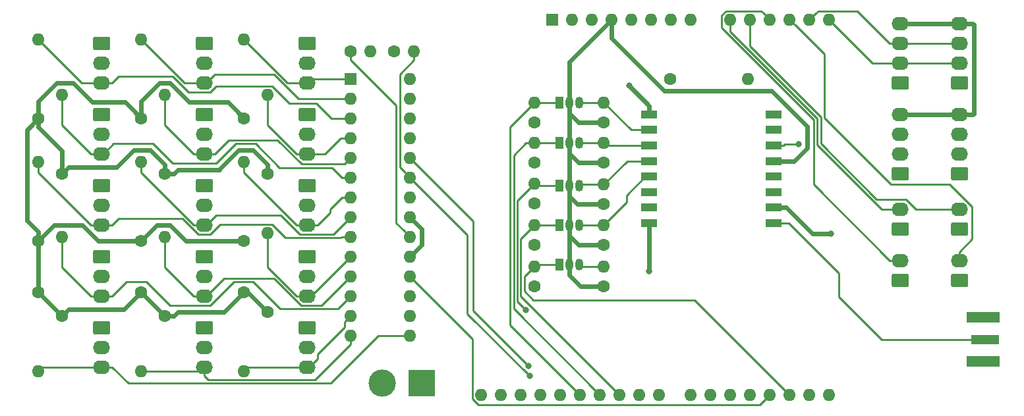
<source format=gtl>
G04 #@! TF.GenerationSoftware,KiCad,Pcbnew,5.1.5+dfsg1-2build2*
G04 #@! TF.CreationDate,2020-11-09T00:10:50+01:00*
G04 #@! TF.ProjectId,motherboard,6d6f7468-6572-4626-9f61-72642e6b6963,rev?*
G04 #@! TF.SameCoordinates,Original*
G04 #@! TF.FileFunction,Copper,L1,Top*
G04 #@! TF.FilePolarity,Positive*
%FSLAX46Y46*%
G04 Gerber Fmt 4.6, Leading zero omitted, Abs format (unit mm)*
G04 Created by KiCad (PCBNEW 5.1.5+dfsg1-2build2) date 2020-11-09 00:10:50*
%MOMM*%
%LPD*%
G04 APERTURE LIST*
%ADD10O,1.600000X1.600000*%
%ADD11R,1.600000X1.600000*%
%ADD12C,1.600000*%
%ADD13O,2.200000X1.740000*%
%ADD14C,0.100000*%
%ADD15R,4.200000X1.350000*%
%ADD16R,3.600000X1.270000*%
%ADD17R,1.050000X1.500000*%
%ADD18O,1.050000X1.500000*%
%ADD19R,2.000000X1.000000*%
%ADD20R,3.500120X3.500120*%
%ADD21C,3.500120*%
%ADD22C,0.800000*%
%ADD23C,0.600000*%
%ADD24C,0.250000*%
G04 APERTURE END LIST*
D10*
X96012000Y-102108000D03*
X98552000Y-102108000D03*
X58932000Y-102108000D03*
X98552000Y-53848000D03*
X61472000Y-102108000D03*
X96012000Y-53848000D03*
X64012000Y-102108000D03*
X93472000Y-53848000D03*
X66552000Y-102108000D03*
X90932000Y-53848000D03*
X69092000Y-102108000D03*
X88392000Y-53848000D03*
X71632000Y-102108000D03*
X85852000Y-53848000D03*
X74172000Y-102108000D03*
X80772000Y-53848000D03*
X76712000Y-102108000D03*
X78232000Y-53848000D03*
X80772000Y-102108000D03*
X75692000Y-53848000D03*
X83312000Y-102108000D03*
X73152000Y-53848000D03*
X85852000Y-102108000D03*
X70612000Y-53848000D03*
X88392000Y-102108000D03*
X68072000Y-53848000D03*
X90932000Y-102108000D03*
X65532000Y-53848000D03*
X93472000Y-102108000D03*
D11*
X62992000Y-53848000D03*
D10*
X56392000Y-102108000D03*
X53852000Y-102108000D03*
X60706000Y-69723000D03*
D12*
X60706000Y-72263000D03*
D10*
X60706000Y-64516000D03*
D12*
X60706000Y-67056000D03*
X42672000Y-57912000D03*
D10*
X45212000Y-57912000D03*
D12*
X78105000Y-61468000D03*
D10*
X88105000Y-61468000D03*
D13*
X107696000Y-78232000D03*
G04 #@! TA.AperFunction,ComponentPad*
D14*
G36*
X108570505Y-79903204D02*
G01*
X108594773Y-79906804D01*
X108618572Y-79912765D01*
X108641671Y-79921030D01*
X108663850Y-79931520D01*
X108684893Y-79944132D01*
X108704599Y-79958747D01*
X108722777Y-79975223D01*
X108739253Y-79993401D01*
X108753868Y-80013107D01*
X108766480Y-80034150D01*
X108776970Y-80056329D01*
X108785235Y-80079428D01*
X108791196Y-80103227D01*
X108794796Y-80127495D01*
X108796000Y-80151999D01*
X108796000Y-81392001D01*
X108794796Y-81416505D01*
X108791196Y-81440773D01*
X108785235Y-81464572D01*
X108776970Y-81487671D01*
X108766480Y-81509850D01*
X108753868Y-81530893D01*
X108739253Y-81550599D01*
X108722777Y-81568777D01*
X108704599Y-81585253D01*
X108684893Y-81599868D01*
X108663850Y-81612480D01*
X108641671Y-81622970D01*
X108618572Y-81631235D01*
X108594773Y-81637196D01*
X108570505Y-81640796D01*
X108546001Y-81642000D01*
X106845999Y-81642000D01*
X106821495Y-81640796D01*
X106797227Y-81637196D01*
X106773428Y-81631235D01*
X106750329Y-81622970D01*
X106728150Y-81612480D01*
X106707107Y-81599868D01*
X106687401Y-81585253D01*
X106669223Y-81568777D01*
X106652747Y-81550599D01*
X106638132Y-81530893D01*
X106625520Y-81509850D01*
X106615030Y-81487671D01*
X106606765Y-81464572D01*
X106600804Y-81440773D01*
X106597204Y-81416505D01*
X106596000Y-81392001D01*
X106596000Y-80151999D01*
X106597204Y-80127495D01*
X106600804Y-80103227D01*
X106606765Y-80079428D01*
X106615030Y-80056329D01*
X106625520Y-80034150D01*
X106638132Y-80013107D01*
X106652747Y-79993401D01*
X106669223Y-79975223D01*
X106687401Y-79958747D01*
X106707107Y-79944132D01*
X106728150Y-79931520D01*
X106750329Y-79921030D01*
X106773428Y-79912765D01*
X106797227Y-79906804D01*
X106821495Y-79903204D01*
X106845999Y-79902000D01*
X108546001Y-79902000D01*
X108570505Y-79903204D01*
G37*
G04 #@! TD.AperFunction*
D13*
X107696000Y-54356000D03*
X107696000Y-56896000D03*
X107696000Y-59436000D03*
G04 #@! TA.AperFunction,ComponentPad*
D14*
G36*
X108570505Y-61107204D02*
G01*
X108594773Y-61110804D01*
X108618572Y-61116765D01*
X108641671Y-61125030D01*
X108663850Y-61135520D01*
X108684893Y-61148132D01*
X108704599Y-61162747D01*
X108722777Y-61179223D01*
X108739253Y-61197401D01*
X108753868Y-61217107D01*
X108766480Y-61238150D01*
X108776970Y-61260329D01*
X108785235Y-61283428D01*
X108791196Y-61307227D01*
X108794796Y-61331495D01*
X108796000Y-61355999D01*
X108796000Y-62596001D01*
X108794796Y-62620505D01*
X108791196Y-62644773D01*
X108785235Y-62668572D01*
X108776970Y-62691671D01*
X108766480Y-62713850D01*
X108753868Y-62734893D01*
X108739253Y-62754599D01*
X108722777Y-62772777D01*
X108704599Y-62789253D01*
X108684893Y-62803868D01*
X108663850Y-62816480D01*
X108641671Y-62826970D01*
X108618572Y-62835235D01*
X108594773Y-62841196D01*
X108570505Y-62844796D01*
X108546001Y-62846000D01*
X106845999Y-62846000D01*
X106821495Y-62844796D01*
X106797227Y-62841196D01*
X106773428Y-62835235D01*
X106750329Y-62826970D01*
X106728150Y-62816480D01*
X106707107Y-62803868D01*
X106687401Y-62789253D01*
X106669223Y-62772777D01*
X106652747Y-62754599D01*
X106638132Y-62734893D01*
X106625520Y-62713850D01*
X106615030Y-62691671D01*
X106606765Y-62668572D01*
X106600804Y-62644773D01*
X106597204Y-62620505D01*
X106596000Y-62596001D01*
X106596000Y-61355999D01*
X106597204Y-61331495D01*
X106600804Y-61307227D01*
X106606765Y-61283428D01*
X106615030Y-61260329D01*
X106625520Y-61238150D01*
X106638132Y-61217107D01*
X106652747Y-61197401D01*
X106669223Y-61179223D01*
X106687401Y-61162747D01*
X106707107Y-61148132D01*
X106728150Y-61135520D01*
X106750329Y-61125030D01*
X106773428Y-61116765D01*
X106797227Y-61110804D01*
X106821495Y-61107204D01*
X106845999Y-61106000D01*
X108546001Y-61106000D01*
X108570505Y-61107204D01*
G37*
G04 #@! TD.AperFunction*
G04 #@! TA.AperFunction,ComponentPad*
G36*
X116190505Y-79903204D02*
G01*
X116214773Y-79906804D01*
X116238572Y-79912765D01*
X116261671Y-79921030D01*
X116283850Y-79931520D01*
X116304893Y-79944132D01*
X116324599Y-79958747D01*
X116342777Y-79975223D01*
X116359253Y-79993401D01*
X116373868Y-80013107D01*
X116386480Y-80034150D01*
X116396970Y-80056329D01*
X116405235Y-80079428D01*
X116411196Y-80103227D01*
X116414796Y-80127495D01*
X116416000Y-80151999D01*
X116416000Y-81392001D01*
X116414796Y-81416505D01*
X116411196Y-81440773D01*
X116405235Y-81464572D01*
X116396970Y-81487671D01*
X116386480Y-81509850D01*
X116373868Y-81530893D01*
X116359253Y-81550599D01*
X116342777Y-81568777D01*
X116324599Y-81585253D01*
X116304893Y-81599868D01*
X116283850Y-81612480D01*
X116261671Y-81622970D01*
X116238572Y-81631235D01*
X116214773Y-81637196D01*
X116190505Y-81640796D01*
X116166001Y-81642000D01*
X114465999Y-81642000D01*
X114441495Y-81640796D01*
X114417227Y-81637196D01*
X114393428Y-81631235D01*
X114370329Y-81622970D01*
X114348150Y-81612480D01*
X114327107Y-81599868D01*
X114307401Y-81585253D01*
X114289223Y-81568777D01*
X114272747Y-81550599D01*
X114258132Y-81530893D01*
X114245520Y-81509850D01*
X114235030Y-81487671D01*
X114226765Y-81464572D01*
X114220804Y-81440773D01*
X114217204Y-81416505D01*
X114216000Y-81392001D01*
X114216000Y-80151999D01*
X114217204Y-80127495D01*
X114220804Y-80103227D01*
X114226765Y-80079428D01*
X114235030Y-80056329D01*
X114245520Y-80034150D01*
X114258132Y-80013107D01*
X114272747Y-79993401D01*
X114289223Y-79975223D01*
X114307401Y-79958747D01*
X114327107Y-79944132D01*
X114348150Y-79931520D01*
X114370329Y-79921030D01*
X114393428Y-79912765D01*
X114417227Y-79906804D01*
X114441495Y-79903204D01*
X114465999Y-79902000D01*
X116166001Y-79902000D01*
X116190505Y-79903204D01*
G37*
G04 #@! TD.AperFunction*
D13*
X115316000Y-78232000D03*
G04 #@! TA.AperFunction,ComponentPad*
D14*
G36*
X116190505Y-61107204D02*
G01*
X116214773Y-61110804D01*
X116238572Y-61116765D01*
X116261671Y-61125030D01*
X116283850Y-61135520D01*
X116304893Y-61148132D01*
X116324599Y-61162747D01*
X116342777Y-61179223D01*
X116359253Y-61197401D01*
X116373868Y-61217107D01*
X116386480Y-61238150D01*
X116396970Y-61260329D01*
X116405235Y-61283428D01*
X116411196Y-61307227D01*
X116414796Y-61331495D01*
X116416000Y-61355999D01*
X116416000Y-62596001D01*
X116414796Y-62620505D01*
X116411196Y-62644773D01*
X116405235Y-62668572D01*
X116396970Y-62691671D01*
X116386480Y-62713850D01*
X116373868Y-62734893D01*
X116359253Y-62754599D01*
X116342777Y-62772777D01*
X116324599Y-62789253D01*
X116304893Y-62803868D01*
X116283850Y-62816480D01*
X116261671Y-62826970D01*
X116238572Y-62835235D01*
X116214773Y-62841196D01*
X116190505Y-62844796D01*
X116166001Y-62846000D01*
X114465999Y-62846000D01*
X114441495Y-62844796D01*
X114417227Y-62841196D01*
X114393428Y-62835235D01*
X114370329Y-62826970D01*
X114348150Y-62816480D01*
X114327107Y-62803868D01*
X114307401Y-62789253D01*
X114289223Y-62772777D01*
X114272747Y-62754599D01*
X114258132Y-62734893D01*
X114245520Y-62713850D01*
X114235030Y-62691671D01*
X114226765Y-62668572D01*
X114220804Y-62644773D01*
X114217204Y-62620505D01*
X114216000Y-62596001D01*
X114216000Y-61355999D01*
X114217204Y-61331495D01*
X114220804Y-61307227D01*
X114226765Y-61283428D01*
X114235030Y-61260329D01*
X114245520Y-61238150D01*
X114258132Y-61217107D01*
X114272747Y-61197401D01*
X114289223Y-61179223D01*
X114307401Y-61162747D01*
X114327107Y-61148132D01*
X114348150Y-61135520D01*
X114370329Y-61125030D01*
X114393428Y-61116765D01*
X114417227Y-61110804D01*
X114441495Y-61107204D01*
X114465999Y-61106000D01*
X116166001Y-61106000D01*
X116190505Y-61107204D01*
G37*
G04 #@! TD.AperFunction*
D13*
X115316000Y-59436000D03*
X115316000Y-56896000D03*
X115316000Y-54356000D03*
X107696000Y-84836000D03*
G04 #@! TA.AperFunction,ComponentPad*
D14*
G36*
X108570505Y-86507204D02*
G01*
X108594773Y-86510804D01*
X108618572Y-86516765D01*
X108641671Y-86525030D01*
X108663850Y-86535520D01*
X108684893Y-86548132D01*
X108704599Y-86562747D01*
X108722777Y-86579223D01*
X108739253Y-86597401D01*
X108753868Y-86617107D01*
X108766480Y-86638150D01*
X108776970Y-86660329D01*
X108785235Y-86683428D01*
X108791196Y-86707227D01*
X108794796Y-86731495D01*
X108796000Y-86755999D01*
X108796000Y-87996001D01*
X108794796Y-88020505D01*
X108791196Y-88044773D01*
X108785235Y-88068572D01*
X108776970Y-88091671D01*
X108766480Y-88113850D01*
X108753868Y-88134893D01*
X108739253Y-88154599D01*
X108722777Y-88172777D01*
X108704599Y-88189253D01*
X108684893Y-88203868D01*
X108663850Y-88216480D01*
X108641671Y-88226970D01*
X108618572Y-88235235D01*
X108594773Y-88241196D01*
X108570505Y-88244796D01*
X108546001Y-88246000D01*
X106845999Y-88246000D01*
X106821495Y-88244796D01*
X106797227Y-88241196D01*
X106773428Y-88235235D01*
X106750329Y-88226970D01*
X106728150Y-88216480D01*
X106707107Y-88203868D01*
X106687401Y-88189253D01*
X106669223Y-88172777D01*
X106652747Y-88154599D01*
X106638132Y-88134893D01*
X106625520Y-88113850D01*
X106615030Y-88091671D01*
X106606765Y-88068572D01*
X106600804Y-88044773D01*
X106597204Y-88020505D01*
X106596000Y-87996001D01*
X106596000Y-86755999D01*
X106597204Y-86731495D01*
X106600804Y-86707227D01*
X106606765Y-86683428D01*
X106615030Y-86660329D01*
X106625520Y-86638150D01*
X106638132Y-86617107D01*
X106652747Y-86597401D01*
X106669223Y-86579223D01*
X106687401Y-86562747D01*
X106707107Y-86548132D01*
X106728150Y-86535520D01*
X106750329Y-86525030D01*
X106773428Y-86516765D01*
X106797227Y-86510804D01*
X106821495Y-86507204D01*
X106845999Y-86506000D01*
X108546001Y-86506000D01*
X108570505Y-86507204D01*
G37*
G04 #@! TD.AperFunction*
D15*
X118364000Y-97821000D03*
X118364000Y-92171000D03*
D16*
X118564000Y-94996000D03*
G04 #@! TA.AperFunction,ComponentPad*
D14*
G36*
X108570505Y-72791204D02*
G01*
X108594773Y-72794804D01*
X108618572Y-72800765D01*
X108641671Y-72809030D01*
X108663850Y-72819520D01*
X108684893Y-72832132D01*
X108704599Y-72846747D01*
X108722777Y-72863223D01*
X108739253Y-72881401D01*
X108753868Y-72901107D01*
X108766480Y-72922150D01*
X108776970Y-72944329D01*
X108785235Y-72967428D01*
X108791196Y-72991227D01*
X108794796Y-73015495D01*
X108796000Y-73039999D01*
X108796000Y-74280001D01*
X108794796Y-74304505D01*
X108791196Y-74328773D01*
X108785235Y-74352572D01*
X108776970Y-74375671D01*
X108766480Y-74397850D01*
X108753868Y-74418893D01*
X108739253Y-74438599D01*
X108722777Y-74456777D01*
X108704599Y-74473253D01*
X108684893Y-74487868D01*
X108663850Y-74500480D01*
X108641671Y-74510970D01*
X108618572Y-74519235D01*
X108594773Y-74525196D01*
X108570505Y-74528796D01*
X108546001Y-74530000D01*
X106845999Y-74530000D01*
X106821495Y-74528796D01*
X106797227Y-74525196D01*
X106773428Y-74519235D01*
X106750329Y-74510970D01*
X106728150Y-74500480D01*
X106707107Y-74487868D01*
X106687401Y-74473253D01*
X106669223Y-74456777D01*
X106652747Y-74438599D01*
X106638132Y-74418893D01*
X106625520Y-74397850D01*
X106615030Y-74375671D01*
X106606765Y-74352572D01*
X106600804Y-74328773D01*
X106597204Y-74304505D01*
X106596000Y-74280001D01*
X106596000Y-73039999D01*
X106597204Y-73015495D01*
X106600804Y-72991227D01*
X106606765Y-72967428D01*
X106615030Y-72944329D01*
X106625520Y-72922150D01*
X106638132Y-72901107D01*
X106652747Y-72881401D01*
X106669223Y-72863223D01*
X106687401Y-72846747D01*
X106707107Y-72832132D01*
X106728150Y-72819520D01*
X106750329Y-72809030D01*
X106773428Y-72800765D01*
X106797227Y-72794804D01*
X106821495Y-72791204D01*
X106845999Y-72790000D01*
X108546001Y-72790000D01*
X108570505Y-72791204D01*
G37*
G04 #@! TD.AperFunction*
D13*
X107696000Y-71120000D03*
X107696000Y-68580000D03*
X107696000Y-66040000D03*
G04 #@! TA.AperFunction,ComponentPad*
D14*
G36*
X116190505Y-86507204D02*
G01*
X116214773Y-86510804D01*
X116238572Y-86516765D01*
X116261671Y-86525030D01*
X116283850Y-86535520D01*
X116304893Y-86548132D01*
X116324599Y-86562747D01*
X116342777Y-86579223D01*
X116359253Y-86597401D01*
X116373868Y-86617107D01*
X116386480Y-86638150D01*
X116396970Y-86660329D01*
X116405235Y-86683428D01*
X116411196Y-86707227D01*
X116414796Y-86731495D01*
X116416000Y-86755999D01*
X116416000Y-87996001D01*
X116414796Y-88020505D01*
X116411196Y-88044773D01*
X116405235Y-88068572D01*
X116396970Y-88091671D01*
X116386480Y-88113850D01*
X116373868Y-88134893D01*
X116359253Y-88154599D01*
X116342777Y-88172777D01*
X116324599Y-88189253D01*
X116304893Y-88203868D01*
X116283850Y-88216480D01*
X116261671Y-88226970D01*
X116238572Y-88235235D01*
X116214773Y-88241196D01*
X116190505Y-88244796D01*
X116166001Y-88246000D01*
X114465999Y-88246000D01*
X114441495Y-88244796D01*
X114417227Y-88241196D01*
X114393428Y-88235235D01*
X114370329Y-88226970D01*
X114348150Y-88216480D01*
X114327107Y-88203868D01*
X114307401Y-88189253D01*
X114289223Y-88172777D01*
X114272747Y-88154599D01*
X114258132Y-88134893D01*
X114245520Y-88113850D01*
X114235030Y-88091671D01*
X114226765Y-88068572D01*
X114220804Y-88044773D01*
X114217204Y-88020505D01*
X114216000Y-87996001D01*
X114216000Y-86755999D01*
X114217204Y-86731495D01*
X114220804Y-86707227D01*
X114226765Y-86683428D01*
X114235030Y-86660329D01*
X114245520Y-86638150D01*
X114258132Y-86617107D01*
X114272747Y-86597401D01*
X114289223Y-86579223D01*
X114307401Y-86562747D01*
X114327107Y-86548132D01*
X114348150Y-86535520D01*
X114370329Y-86525030D01*
X114393428Y-86516765D01*
X114417227Y-86510804D01*
X114441495Y-86507204D01*
X114465999Y-86506000D01*
X116166001Y-86506000D01*
X116190505Y-86507204D01*
G37*
G04 #@! TD.AperFunction*
D13*
X115316000Y-84836000D03*
X115316000Y-66040000D03*
X115316000Y-68580000D03*
X115316000Y-71120000D03*
G04 #@! TA.AperFunction,ComponentPad*
D14*
G36*
X116190505Y-72791204D02*
G01*
X116214773Y-72794804D01*
X116238572Y-72800765D01*
X116261671Y-72809030D01*
X116283850Y-72819520D01*
X116304893Y-72832132D01*
X116324599Y-72846747D01*
X116342777Y-72863223D01*
X116359253Y-72881401D01*
X116373868Y-72901107D01*
X116386480Y-72922150D01*
X116396970Y-72944329D01*
X116405235Y-72967428D01*
X116411196Y-72991227D01*
X116414796Y-73015495D01*
X116416000Y-73039999D01*
X116416000Y-74280001D01*
X116414796Y-74304505D01*
X116411196Y-74328773D01*
X116405235Y-74352572D01*
X116396970Y-74375671D01*
X116386480Y-74397850D01*
X116373868Y-74418893D01*
X116359253Y-74438599D01*
X116342777Y-74456777D01*
X116324599Y-74473253D01*
X116304893Y-74487868D01*
X116283850Y-74500480D01*
X116261671Y-74510970D01*
X116238572Y-74519235D01*
X116214773Y-74525196D01*
X116190505Y-74528796D01*
X116166001Y-74530000D01*
X114465999Y-74530000D01*
X114441495Y-74528796D01*
X114417227Y-74525196D01*
X114393428Y-74519235D01*
X114370329Y-74510970D01*
X114348150Y-74500480D01*
X114327107Y-74487868D01*
X114307401Y-74473253D01*
X114289223Y-74456777D01*
X114272747Y-74438599D01*
X114258132Y-74418893D01*
X114245520Y-74397850D01*
X114235030Y-74375671D01*
X114226765Y-74352572D01*
X114220804Y-74328773D01*
X114217204Y-74304505D01*
X114216000Y-74280001D01*
X114216000Y-73039999D01*
X114217204Y-73015495D01*
X114220804Y-72991227D01*
X114226765Y-72967428D01*
X114235030Y-72944329D01*
X114245520Y-72922150D01*
X114258132Y-72901107D01*
X114272747Y-72881401D01*
X114289223Y-72863223D01*
X114307401Y-72846747D01*
X114327107Y-72832132D01*
X114348150Y-72819520D01*
X114370329Y-72809030D01*
X114393428Y-72800765D01*
X114417227Y-72794804D01*
X114441495Y-72791204D01*
X114465999Y-72790000D01*
X116166001Y-72790000D01*
X116190505Y-72791204D01*
G37*
G04 #@! TD.AperFunction*
G04 #@! TA.AperFunction,ComponentPad*
G36*
X5954505Y-74315204D02*
G01*
X5978773Y-74318804D01*
X6002572Y-74324765D01*
X6025671Y-74333030D01*
X6047850Y-74343520D01*
X6068893Y-74356132D01*
X6088599Y-74370747D01*
X6106777Y-74387223D01*
X6123253Y-74405401D01*
X6137868Y-74425107D01*
X6150480Y-74446150D01*
X6160970Y-74468329D01*
X6169235Y-74491428D01*
X6175196Y-74515227D01*
X6178796Y-74539495D01*
X6180000Y-74563999D01*
X6180000Y-75804001D01*
X6178796Y-75828505D01*
X6175196Y-75852773D01*
X6169235Y-75876572D01*
X6160970Y-75899671D01*
X6150480Y-75921850D01*
X6137868Y-75942893D01*
X6123253Y-75962599D01*
X6106777Y-75980777D01*
X6088599Y-75997253D01*
X6068893Y-76011868D01*
X6047850Y-76024480D01*
X6025671Y-76034970D01*
X6002572Y-76043235D01*
X5978773Y-76049196D01*
X5954505Y-76052796D01*
X5930001Y-76054000D01*
X4229999Y-76054000D01*
X4205495Y-76052796D01*
X4181227Y-76049196D01*
X4157428Y-76043235D01*
X4134329Y-76034970D01*
X4112150Y-76024480D01*
X4091107Y-76011868D01*
X4071401Y-75997253D01*
X4053223Y-75980777D01*
X4036747Y-75962599D01*
X4022132Y-75942893D01*
X4009520Y-75921850D01*
X3999030Y-75899671D01*
X3990765Y-75876572D01*
X3984804Y-75852773D01*
X3981204Y-75828505D01*
X3980000Y-75804001D01*
X3980000Y-74563999D01*
X3981204Y-74539495D01*
X3984804Y-74515227D01*
X3990765Y-74491428D01*
X3999030Y-74468329D01*
X4009520Y-74446150D01*
X4022132Y-74425107D01*
X4036747Y-74405401D01*
X4053223Y-74387223D01*
X4071401Y-74370747D01*
X4091107Y-74356132D01*
X4112150Y-74343520D01*
X4134329Y-74333030D01*
X4157428Y-74324765D01*
X4181227Y-74318804D01*
X4205495Y-74315204D01*
X4229999Y-74314000D01*
X5930001Y-74314000D01*
X5954505Y-74315204D01*
G37*
G04 #@! TD.AperFunction*
D13*
X5080000Y-77724000D03*
X5080000Y-80264000D03*
X31496000Y-61976000D03*
X31496000Y-59436000D03*
G04 #@! TA.AperFunction,ComponentPad*
D14*
G36*
X32370505Y-56027204D02*
G01*
X32394773Y-56030804D01*
X32418572Y-56036765D01*
X32441671Y-56045030D01*
X32463850Y-56055520D01*
X32484893Y-56068132D01*
X32504599Y-56082747D01*
X32522777Y-56099223D01*
X32539253Y-56117401D01*
X32553868Y-56137107D01*
X32566480Y-56158150D01*
X32576970Y-56180329D01*
X32585235Y-56203428D01*
X32591196Y-56227227D01*
X32594796Y-56251495D01*
X32596000Y-56275999D01*
X32596000Y-57516001D01*
X32594796Y-57540505D01*
X32591196Y-57564773D01*
X32585235Y-57588572D01*
X32576970Y-57611671D01*
X32566480Y-57633850D01*
X32553868Y-57654893D01*
X32539253Y-57674599D01*
X32522777Y-57692777D01*
X32504599Y-57709253D01*
X32484893Y-57723868D01*
X32463850Y-57736480D01*
X32441671Y-57746970D01*
X32418572Y-57755235D01*
X32394773Y-57761196D01*
X32370505Y-57764796D01*
X32346001Y-57766000D01*
X30645999Y-57766000D01*
X30621495Y-57764796D01*
X30597227Y-57761196D01*
X30573428Y-57755235D01*
X30550329Y-57746970D01*
X30528150Y-57736480D01*
X30507107Y-57723868D01*
X30487401Y-57709253D01*
X30469223Y-57692777D01*
X30452747Y-57674599D01*
X30438132Y-57654893D01*
X30425520Y-57633850D01*
X30415030Y-57611671D01*
X30406765Y-57588572D01*
X30400804Y-57564773D01*
X30397204Y-57540505D01*
X30396000Y-57516001D01*
X30396000Y-56275999D01*
X30397204Y-56251495D01*
X30400804Y-56227227D01*
X30406765Y-56203428D01*
X30415030Y-56180329D01*
X30425520Y-56158150D01*
X30438132Y-56137107D01*
X30452747Y-56117401D01*
X30469223Y-56099223D01*
X30487401Y-56082747D01*
X30507107Y-56068132D01*
X30528150Y-56055520D01*
X30550329Y-56045030D01*
X30573428Y-56036765D01*
X30597227Y-56030804D01*
X30621495Y-56027204D01*
X30645999Y-56026000D01*
X32346001Y-56026000D01*
X32370505Y-56027204D01*
G37*
G04 #@! TD.AperFunction*
G04 #@! TA.AperFunction,ComponentPad*
G36*
X19162505Y-65171204D02*
G01*
X19186773Y-65174804D01*
X19210572Y-65180765D01*
X19233671Y-65189030D01*
X19255850Y-65199520D01*
X19276893Y-65212132D01*
X19296599Y-65226747D01*
X19314777Y-65243223D01*
X19331253Y-65261401D01*
X19345868Y-65281107D01*
X19358480Y-65302150D01*
X19368970Y-65324329D01*
X19377235Y-65347428D01*
X19383196Y-65371227D01*
X19386796Y-65395495D01*
X19388000Y-65419999D01*
X19388000Y-66660001D01*
X19386796Y-66684505D01*
X19383196Y-66708773D01*
X19377235Y-66732572D01*
X19368970Y-66755671D01*
X19358480Y-66777850D01*
X19345868Y-66798893D01*
X19331253Y-66818599D01*
X19314777Y-66836777D01*
X19296599Y-66853253D01*
X19276893Y-66867868D01*
X19255850Y-66880480D01*
X19233671Y-66890970D01*
X19210572Y-66899235D01*
X19186773Y-66905196D01*
X19162505Y-66908796D01*
X19138001Y-66910000D01*
X17437999Y-66910000D01*
X17413495Y-66908796D01*
X17389227Y-66905196D01*
X17365428Y-66899235D01*
X17342329Y-66890970D01*
X17320150Y-66880480D01*
X17299107Y-66867868D01*
X17279401Y-66853253D01*
X17261223Y-66836777D01*
X17244747Y-66818599D01*
X17230132Y-66798893D01*
X17217520Y-66777850D01*
X17207030Y-66755671D01*
X17198765Y-66732572D01*
X17192804Y-66708773D01*
X17189204Y-66684505D01*
X17188000Y-66660001D01*
X17188000Y-65419999D01*
X17189204Y-65395495D01*
X17192804Y-65371227D01*
X17198765Y-65347428D01*
X17207030Y-65324329D01*
X17217520Y-65302150D01*
X17230132Y-65281107D01*
X17244747Y-65261401D01*
X17261223Y-65243223D01*
X17279401Y-65226747D01*
X17299107Y-65212132D01*
X17320150Y-65199520D01*
X17342329Y-65189030D01*
X17365428Y-65180765D01*
X17389227Y-65174804D01*
X17413495Y-65171204D01*
X17437999Y-65170000D01*
X19138001Y-65170000D01*
X19162505Y-65171204D01*
G37*
G04 #@! TD.AperFunction*
D13*
X18288000Y-68580000D03*
X18288000Y-71120000D03*
G04 #@! TA.AperFunction,ComponentPad*
D14*
G36*
X5954505Y-65171204D02*
G01*
X5978773Y-65174804D01*
X6002572Y-65180765D01*
X6025671Y-65189030D01*
X6047850Y-65199520D01*
X6068893Y-65212132D01*
X6088599Y-65226747D01*
X6106777Y-65243223D01*
X6123253Y-65261401D01*
X6137868Y-65281107D01*
X6150480Y-65302150D01*
X6160970Y-65324329D01*
X6169235Y-65347428D01*
X6175196Y-65371227D01*
X6178796Y-65395495D01*
X6180000Y-65419999D01*
X6180000Y-66660001D01*
X6178796Y-66684505D01*
X6175196Y-66708773D01*
X6169235Y-66732572D01*
X6160970Y-66755671D01*
X6150480Y-66777850D01*
X6137868Y-66798893D01*
X6123253Y-66818599D01*
X6106777Y-66836777D01*
X6088599Y-66853253D01*
X6068893Y-66867868D01*
X6047850Y-66880480D01*
X6025671Y-66890970D01*
X6002572Y-66899235D01*
X5978773Y-66905196D01*
X5954505Y-66908796D01*
X5930001Y-66910000D01*
X4229999Y-66910000D01*
X4205495Y-66908796D01*
X4181227Y-66905196D01*
X4157428Y-66899235D01*
X4134329Y-66890970D01*
X4112150Y-66880480D01*
X4091107Y-66867868D01*
X4071401Y-66853253D01*
X4053223Y-66836777D01*
X4036747Y-66818599D01*
X4022132Y-66798893D01*
X4009520Y-66777850D01*
X3999030Y-66755671D01*
X3990765Y-66732572D01*
X3984804Y-66708773D01*
X3981204Y-66684505D01*
X3980000Y-66660001D01*
X3980000Y-65419999D01*
X3981204Y-65395495D01*
X3984804Y-65371227D01*
X3990765Y-65347428D01*
X3999030Y-65324329D01*
X4009520Y-65302150D01*
X4022132Y-65281107D01*
X4036747Y-65261401D01*
X4053223Y-65243223D01*
X4071401Y-65226747D01*
X4091107Y-65212132D01*
X4112150Y-65199520D01*
X4134329Y-65189030D01*
X4157428Y-65180765D01*
X4181227Y-65174804D01*
X4205495Y-65171204D01*
X4229999Y-65170000D01*
X5930001Y-65170000D01*
X5954505Y-65171204D01*
G37*
G04 #@! TD.AperFunction*
D13*
X5080000Y-68580000D03*
X5080000Y-71120000D03*
X18288000Y-61976000D03*
X18288000Y-59436000D03*
G04 #@! TA.AperFunction,ComponentPad*
D14*
G36*
X19162505Y-56027204D02*
G01*
X19186773Y-56030804D01*
X19210572Y-56036765D01*
X19233671Y-56045030D01*
X19255850Y-56055520D01*
X19276893Y-56068132D01*
X19296599Y-56082747D01*
X19314777Y-56099223D01*
X19331253Y-56117401D01*
X19345868Y-56137107D01*
X19358480Y-56158150D01*
X19368970Y-56180329D01*
X19377235Y-56203428D01*
X19383196Y-56227227D01*
X19386796Y-56251495D01*
X19388000Y-56275999D01*
X19388000Y-57516001D01*
X19386796Y-57540505D01*
X19383196Y-57564773D01*
X19377235Y-57588572D01*
X19368970Y-57611671D01*
X19358480Y-57633850D01*
X19345868Y-57654893D01*
X19331253Y-57674599D01*
X19314777Y-57692777D01*
X19296599Y-57709253D01*
X19276893Y-57723868D01*
X19255850Y-57736480D01*
X19233671Y-57746970D01*
X19210572Y-57755235D01*
X19186773Y-57761196D01*
X19162505Y-57764796D01*
X19138001Y-57766000D01*
X17437999Y-57766000D01*
X17413495Y-57764796D01*
X17389227Y-57761196D01*
X17365428Y-57755235D01*
X17342329Y-57746970D01*
X17320150Y-57736480D01*
X17299107Y-57723868D01*
X17279401Y-57709253D01*
X17261223Y-57692777D01*
X17244747Y-57674599D01*
X17230132Y-57654893D01*
X17217520Y-57633850D01*
X17207030Y-57611671D01*
X17198765Y-57588572D01*
X17192804Y-57564773D01*
X17189204Y-57540505D01*
X17188000Y-57516001D01*
X17188000Y-56275999D01*
X17189204Y-56251495D01*
X17192804Y-56227227D01*
X17198765Y-56203428D01*
X17207030Y-56180329D01*
X17217520Y-56158150D01*
X17230132Y-56137107D01*
X17244747Y-56117401D01*
X17261223Y-56099223D01*
X17279401Y-56082747D01*
X17299107Y-56068132D01*
X17320150Y-56055520D01*
X17342329Y-56045030D01*
X17365428Y-56036765D01*
X17389227Y-56030804D01*
X17413495Y-56027204D01*
X17437999Y-56026000D01*
X19138001Y-56026000D01*
X19162505Y-56027204D01*
G37*
G04 #@! TD.AperFunction*
D13*
X31496000Y-89408000D03*
X31496000Y-86868000D03*
G04 #@! TA.AperFunction,ComponentPad*
D14*
G36*
X32370505Y-83459204D02*
G01*
X32394773Y-83462804D01*
X32418572Y-83468765D01*
X32441671Y-83477030D01*
X32463850Y-83487520D01*
X32484893Y-83500132D01*
X32504599Y-83514747D01*
X32522777Y-83531223D01*
X32539253Y-83549401D01*
X32553868Y-83569107D01*
X32566480Y-83590150D01*
X32576970Y-83612329D01*
X32585235Y-83635428D01*
X32591196Y-83659227D01*
X32594796Y-83683495D01*
X32596000Y-83707999D01*
X32596000Y-84948001D01*
X32594796Y-84972505D01*
X32591196Y-84996773D01*
X32585235Y-85020572D01*
X32576970Y-85043671D01*
X32566480Y-85065850D01*
X32553868Y-85086893D01*
X32539253Y-85106599D01*
X32522777Y-85124777D01*
X32504599Y-85141253D01*
X32484893Y-85155868D01*
X32463850Y-85168480D01*
X32441671Y-85178970D01*
X32418572Y-85187235D01*
X32394773Y-85193196D01*
X32370505Y-85196796D01*
X32346001Y-85198000D01*
X30645999Y-85198000D01*
X30621495Y-85196796D01*
X30597227Y-85193196D01*
X30573428Y-85187235D01*
X30550329Y-85178970D01*
X30528150Y-85168480D01*
X30507107Y-85155868D01*
X30487401Y-85141253D01*
X30469223Y-85124777D01*
X30452747Y-85106599D01*
X30438132Y-85086893D01*
X30425520Y-85065850D01*
X30415030Y-85043671D01*
X30406765Y-85020572D01*
X30400804Y-84996773D01*
X30397204Y-84972505D01*
X30396000Y-84948001D01*
X30396000Y-83707999D01*
X30397204Y-83683495D01*
X30400804Y-83659227D01*
X30406765Y-83635428D01*
X30415030Y-83612329D01*
X30425520Y-83590150D01*
X30438132Y-83569107D01*
X30452747Y-83549401D01*
X30469223Y-83531223D01*
X30487401Y-83514747D01*
X30507107Y-83500132D01*
X30528150Y-83487520D01*
X30550329Y-83477030D01*
X30573428Y-83468765D01*
X30597227Y-83462804D01*
X30621495Y-83459204D01*
X30645999Y-83458000D01*
X32346001Y-83458000D01*
X32370505Y-83459204D01*
G37*
G04 #@! TD.AperFunction*
G04 #@! TA.AperFunction,ComponentPad*
G36*
X19162505Y-83459204D02*
G01*
X19186773Y-83462804D01*
X19210572Y-83468765D01*
X19233671Y-83477030D01*
X19255850Y-83487520D01*
X19276893Y-83500132D01*
X19296599Y-83514747D01*
X19314777Y-83531223D01*
X19331253Y-83549401D01*
X19345868Y-83569107D01*
X19358480Y-83590150D01*
X19368970Y-83612329D01*
X19377235Y-83635428D01*
X19383196Y-83659227D01*
X19386796Y-83683495D01*
X19388000Y-83707999D01*
X19388000Y-84948001D01*
X19386796Y-84972505D01*
X19383196Y-84996773D01*
X19377235Y-85020572D01*
X19368970Y-85043671D01*
X19358480Y-85065850D01*
X19345868Y-85086893D01*
X19331253Y-85106599D01*
X19314777Y-85124777D01*
X19296599Y-85141253D01*
X19276893Y-85155868D01*
X19255850Y-85168480D01*
X19233671Y-85178970D01*
X19210572Y-85187235D01*
X19186773Y-85193196D01*
X19162505Y-85196796D01*
X19138001Y-85198000D01*
X17437999Y-85198000D01*
X17413495Y-85196796D01*
X17389227Y-85193196D01*
X17365428Y-85187235D01*
X17342329Y-85178970D01*
X17320150Y-85168480D01*
X17299107Y-85155868D01*
X17279401Y-85141253D01*
X17261223Y-85124777D01*
X17244747Y-85106599D01*
X17230132Y-85086893D01*
X17217520Y-85065850D01*
X17207030Y-85043671D01*
X17198765Y-85020572D01*
X17192804Y-84996773D01*
X17189204Y-84972505D01*
X17188000Y-84948001D01*
X17188000Y-83707999D01*
X17189204Y-83683495D01*
X17192804Y-83659227D01*
X17198765Y-83635428D01*
X17207030Y-83612329D01*
X17217520Y-83590150D01*
X17230132Y-83569107D01*
X17244747Y-83549401D01*
X17261223Y-83531223D01*
X17279401Y-83514747D01*
X17299107Y-83500132D01*
X17320150Y-83487520D01*
X17342329Y-83477030D01*
X17365428Y-83468765D01*
X17389227Y-83462804D01*
X17413495Y-83459204D01*
X17437999Y-83458000D01*
X19138001Y-83458000D01*
X19162505Y-83459204D01*
G37*
G04 #@! TD.AperFunction*
D13*
X18288000Y-86868000D03*
X18288000Y-89408000D03*
G04 #@! TA.AperFunction,ComponentPad*
D14*
G36*
X5954505Y-56027204D02*
G01*
X5978773Y-56030804D01*
X6002572Y-56036765D01*
X6025671Y-56045030D01*
X6047850Y-56055520D01*
X6068893Y-56068132D01*
X6088599Y-56082747D01*
X6106777Y-56099223D01*
X6123253Y-56117401D01*
X6137868Y-56137107D01*
X6150480Y-56158150D01*
X6160970Y-56180329D01*
X6169235Y-56203428D01*
X6175196Y-56227227D01*
X6178796Y-56251495D01*
X6180000Y-56275999D01*
X6180000Y-57516001D01*
X6178796Y-57540505D01*
X6175196Y-57564773D01*
X6169235Y-57588572D01*
X6160970Y-57611671D01*
X6150480Y-57633850D01*
X6137868Y-57654893D01*
X6123253Y-57674599D01*
X6106777Y-57692777D01*
X6088599Y-57709253D01*
X6068893Y-57723868D01*
X6047850Y-57736480D01*
X6025671Y-57746970D01*
X6002572Y-57755235D01*
X5978773Y-57761196D01*
X5954505Y-57764796D01*
X5930001Y-57766000D01*
X4229999Y-57766000D01*
X4205495Y-57764796D01*
X4181227Y-57761196D01*
X4157428Y-57755235D01*
X4134329Y-57746970D01*
X4112150Y-57736480D01*
X4091107Y-57723868D01*
X4071401Y-57709253D01*
X4053223Y-57692777D01*
X4036747Y-57674599D01*
X4022132Y-57654893D01*
X4009520Y-57633850D01*
X3999030Y-57611671D01*
X3990765Y-57588572D01*
X3984804Y-57564773D01*
X3981204Y-57540505D01*
X3980000Y-57516001D01*
X3980000Y-56275999D01*
X3981204Y-56251495D01*
X3984804Y-56227227D01*
X3990765Y-56203428D01*
X3999030Y-56180329D01*
X4009520Y-56158150D01*
X4022132Y-56137107D01*
X4036747Y-56117401D01*
X4053223Y-56099223D01*
X4071401Y-56082747D01*
X4091107Y-56068132D01*
X4112150Y-56055520D01*
X4134329Y-56045030D01*
X4157428Y-56036765D01*
X4181227Y-56030804D01*
X4205495Y-56027204D01*
X4229999Y-56026000D01*
X5930001Y-56026000D01*
X5954505Y-56027204D01*
G37*
G04 #@! TD.AperFunction*
D13*
X5080000Y-59436000D03*
X5080000Y-61976000D03*
X31496000Y-80264000D03*
X31496000Y-77724000D03*
G04 #@! TA.AperFunction,ComponentPad*
D14*
G36*
X32370505Y-74315204D02*
G01*
X32394773Y-74318804D01*
X32418572Y-74324765D01*
X32441671Y-74333030D01*
X32463850Y-74343520D01*
X32484893Y-74356132D01*
X32504599Y-74370747D01*
X32522777Y-74387223D01*
X32539253Y-74405401D01*
X32553868Y-74425107D01*
X32566480Y-74446150D01*
X32576970Y-74468329D01*
X32585235Y-74491428D01*
X32591196Y-74515227D01*
X32594796Y-74539495D01*
X32596000Y-74563999D01*
X32596000Y-75804001D01*
X32594796Y-75828505D01*
X32591196Y-75852773D01*
X32585235Y-75876572D01*
X32576970Y-75899671D01*
X32566480Y-75921850D01*
X32553868Y-75942893D01*
X32539253Y-75962599D01*
X32522777Y-75980777D01*
X32504599Y-75997253D01*
X32484893Y-76011868D01*
X32463850Y-76024480D01*
X32441671Y-76034970D01*
X32418572Y-76043235D01*
X32394773Y-76049196D01*
X32370505Y-76052796D01*
X32346001Y-76054000D01*
X30645999Y-76054000D01*
X30621495Y-76052796D01*
X30597227Y-76049196D01*
X30573428Y-76043235D01*
X30550329Y-76034970D01*
X30528150Y-76024480D01*
X30507107Y-76011868D01*
X30487401Y-75997253D01*
X30469223Y-75980777D01*
X30452747Y-75962599D01*
X30438132Y-75942893D01*
X30425520Y-75921850D01*
X30415030Y-75899671D01*
X30406765Y-75876572D01*
X30400804Y-75852773D01*
X30397204Y-75828505D01*
X30396000Y-75804001D01*
X30396000Y-74563999D01*
X30397204Y-74539495D01*
X30400804Y-74515227D01*
X30406765Y-74491428D01*
X30415030Y-74468329D01*
X30425520Y-74446150D01*
X30438132Y-74425107D01*
X30452747Y-74405401D01*
X30469223Y-74387223D01*
X30487401Y-74370747D01*
X30507107Y-74356132D01*
X30528150Y-74343520D01*
X30550329Y-74333030D01*
X30573428Y-74324765D01*
X30597227Y-74318804D01*
X30621495Y-74315204D01*
X30645999Y-74314000D01*
X32346001Y-74314000D01*
X32370505Y-74315204D01*
G37*
G04 #@! TD.AperFunction*
D13*
X18288000Y-80264000D03*
X18288000Y-77724000D03*
G04 #@! TA.AperFunction,ComponentPad*
D14*
G36*
X19162505Y-74315204D02*
G01*
X19186773Y-74318804D01*
X19210572Y-74324765D01*
X19233671Y-74333030D01*
X19255850Y-74343520D01*
X19276893Y-74356132D01*
X19296599Y-74370747D01*
X19314777Y-74387223D01*
X19331253Y-74405401D01*
X19345868Y-74425107D01*
X19358480Y-74446150D01*
X19368970Y-74468329D01*
X19377235Y-74491428D01*
X19383196Y-74515227D01*
X19386796Y-74539495D01*
X19388000Y-74563999D01*
X19388000Y-75804001D01*
X19386796Y-75828505D01*
X19383196Y-75852773D01*
X19377235Y-75876572D01*
X19368970Y-75899671D01*
X19358480Y-75921850D01*
X19345868Y-75942893D01*
X19331253Y-75962599D01*
X19314777Y-75980777D01*
X19296599Y-75997253D01*
X19276893Y-76011868D01*
X19255850Y-76024480D01*
X19233671Y-76034970D01*
X19210572Y-76043235D01*
X19186773Y-76049196D01*
X19162505Y-76052796D01*
X19138001Y-76054000D01*
X17437999Y-76054000D01*
X17413495Y-76052796D01*
X17389227Y-76049196D01*
X17365428Y-76043235D01*
X17342329Y-76034970D01*
X17320150Y-76024480D01*
X17299107Y-76011868D01*
X17279401Y-75997253D01*
X17261223Y-75980777D01*
X17244747Y-75962599D01*
X17230132Y-75942893D01*
X17217520Y-75921850D01*
X17207030Y-75899671D01*
X17198765Y-75876572D01*
X17192804Y-75852773D01*
X17189204Y-75828505D01*
X17188000Y-75804001D01*
X17188000Y-74563999D01*
X17189204Y-74539495D01*
X17192804Y-74515227D01*
X17198765Y-74491428D01*
X17207030Y-74468329D01*
X17217520Y-74446150D01*
X17230132Y-74425107D01*
X17244747Y-74405401D01*
X17261223Y-74387223D01*
X17279401Y-74370747D01*
X17299107Y-74356132D01*
X17320150Y-74343520D01*
X17342329Y-74333030D01*
X17365428Y-74324765D01*
X17389227Y-74318804D01*
X17413495Y-74315204D01*
X17437999Y-74314000D01*
X19138001Y-74314000D01*
X19162505Y-74315204D01*
G37*
G04 #@! TD.AperFunction*
D13*
X5080000Y-89408000D03*
X5080000Y-86868000D03*
G04 #@! TA.AperFunction,ComponentPad*
D14*
G36*
X5954505Y-83459204D02*
G01*
X5978773Y-83462804D01*
X6002572Y-83468765D01*
X6025671Y-83477030D01*
X6047850Y-83487520D01*
X6068893Y-83500132D01*
X6088599Y-83514747D01*
X6106777Y-83531223D01*
X6123253Y-83549401D01*
X6137868Y-83569107D01*
X6150480Y-83590150D01*
X6160970Y-83612329D01*
X6169235Y-83635428D01*
X6175196Y-83659227D01*
X6178796Y-83683495D01*
X6180000Y-83707999D01*
X6180000Y-84948001D01*
X6178796Y-84972505D01*
X6175196Y-84996773D01*
X6169235Y-85020572D01*
X6160970Y-85043671D01*
X6150480Y-85065850D01*
X6137868Y-85086893D01*
X6123253Y-85106599D01*
X6106777Y-85124777D01*
X6088599Y-85141253D01*
X6068893Y-85155868D01*
X6047850Y-85168480D01*
X6025671Y-85178970D01*
X6002572Y-85187235D01*
X5978773Y-85193196D01*
X5954505Y-85196796D01*
X5930001Y-85198000D01*
X4229999Y-85198000D01*
X4205495Y-85196796D01*
X4181227Y-85193196D01*
X4157428Y-85187235D01*
X4134329Y-85178970D01*
X4112150Y-85168480D01*
X4091107Y-85155868D01*
X4071401Y-85141253D01*
X4053223Y-85124777D01*
X4036747Y-85106599D01*
X4022132Y-85086893D01*
X4009520Y-85065850D01*
X3999030Y-85043671D01*
X3990765Y-85020572D01*
X3984804Y-84996773D01*
X3981204Y-84972505D01*
X3980000Y-84948001D01*
X3980000Y-83707999D01*
X3981204Y-83683495D01*
X3984804Y-83659227D01*
X3990765Y-83635428D01*
X3999030Y-83612329D01*
X4009520Y-83590150D01*
X4022132Y-83569107D01*
X4036747Y-83549401D01*
X4053223Y-83531223D01*
X4071401Y-83514747D01*
X4091107Y-83500132D01*
X4112150Y-83487520D01*
X4134329Y-83477030D01*
X4157428Y-83468765D01*
X4181227Y-83462804D01*
X4205495Y-83459204D01*
X4229999Y-83458000D01*
X5930001Y-83458000D01*
X5954505Y-83459204D01*
G37*
G04 #@! TD.AperFunction*
G04 #@! TA.AperFunction,ComponentPad*
G36*
X32370505Y-65171204D02*
G01*
X32394773Y-65174804D01*
X32418572Y-65180765D01*
X32441671Y-65189030D01*
X32463850Y-65199520D01*
X32484893Y-65212132D01*
X32504599Y-65226747D01*
X32522777Y-65243223D01*
X32539253Y-65261401D01*
X32553868Y-65281107D01*
X32566480Y-65302150D01*
X32576970Y-65324329D01*
X32585235Y-65347428D01*
X32591196Y-65371227D01*
X32594796Y-65395495D01*
X32596000Y-65419999D01*
X32596000Y-66660001D01*
X32594796Y-66684505D01*
X32591196Y-66708773D01*
X32585235Y-66732572D01*
X32576970Y-66755671D01*
X32566480Y-66777850D01*
X32553868Y-66798893D01*
X32539253Y-66818599D01*
X32522777Y-66836777D01*
X32504599Y-66853253D01*
X32484893Y-66867868D01*
X32463850Y-66880480D01*
X32441671Y-66890970D01*
X32418572Y-66899235D01*
X32394773Y-66905196D01*
X32370505Y-66908796D01*
X32346001Y-66910000D01*
X30645999Y-66910000D01*
X30621495Y-66908796D01*
X30597227Y-66905196D01*
X30573428Y-66899235D01*
X30550329Y-66890970D01*
X30528150Y-66880480D01*
X30507107Y-66867868D01*
X30487401Y-66853253D01*
X30469223Y-66836777D01*
X30452747Y-66818599D01*
X30438132Y-66798893D01*
X30425520Y-66777850D01*
X30415030Y-66755671D01*
X30406765Y-66732572D01*
X30400804Y-66708773D01*
X30397204Y-66684505D01*
X30396000Y-66660001D01*
X30396000Y-65419999D01*
X30397204Y-65395495D01*
X30400804Y-65371227D01*
X30406765Y-65347428D01*
X30415030Y-65324329D01*
X30425520Y-65302150D01*
X30438132Y-65281107D01*
X30452747Y-65261401D01*
X30469223Y-65243223D01*
X30487401Y-65226747D01*
X30507107Y-65212132D01*
X30528150Y-65199520D01*
X30550329Y-65189030D01*
X30573428Y-65180765D01*
X30597227Y-65174804D01*
X30621495Y-65171204D01*
X30645999Y-65170000D01*
X32346001Y-65170000D01*
X32370505Y-65171204D01*
G37*
G04 #@! TD.AperFunction*
D13*
X31496000Y-68580000D03*
X31496000Y-71120000D03*
D17*
X63881000Y-80264000D03*
D18*
X66421000Y-80264000D03*
X65151000Y-80264000D03*
X65151000Y-75184000D03*
X66421000Y-75184000D03*
D17*
X63881000Y-75184000D03*
X63881000Y-69723000D03*
D18*
X66421000Y-69723000D03*
X65151000Y-69723000D03*
X65151000Y-64516000D03*
X66421000Y-64516000D03*
D17*
X63881000Y-64516000D03*
D18*
X65151000Y-85344000D03*
X66421000Y-85344000D03*
D17*
X63881000Y-85344000D03*
D19*
X75439000Y-66025000D03*
X75439000Y-68025000D03*
X75439000Y-70025000D03*
X75439000Y-72025000D03*
X75439000Y-74025000D03*
X75439000Y-76025000D03*
X75439000Y-78025000D03*
X75439000Y-80025000D03*
X91439000Y-80025000D03*
X91439000Y-78025000D03*
X91439000Y-76025000D03*
X91439000Y-74025000D03*
X91439000Y-72025000D03*
X91439000Y-70025000D03*
X91439000Y-68025000D03*
X91439000Y-66025000D03*
D11*
X37084000Y-61468000D03*
D10*
X44704000Y-94488000D03*
X37084000Y-64008000D03*
X44704000Y-91948000D03*
X37084000Y-66548000D03*
X44704000Y-89408000D03*
X37084000Y-69088000D03*
X44704000Y-86868000D03*
X37084000Y-71628000D03*
X44704000Y-84328000D03*
X37084000Y-74168000D03*
X44704000Y-81788000D03*
X37084000Y-76708000D03*
X44704000Y-79248000D03*
X37084000Y-79248000D03*
X44704000Y-76708000D03*
X37084000Y-81788000D03*
X44704000Y-74168000D03*
X37084000Y-84328000D03*
X44704000Y-71628000D03*
X37084000Y-86868000D03*
X44704000Y-69088000D03*
X37084000Y-89408000D03*
X44704000Y-66548000D03*
X37084000Y-91948000D03*
X44704000Y-64008000D03*
X37084000Y-94488000D03*
X44704000Y-61468000D03*
X60706000Y-80264000D03*
D12*
X60706000Y-82804000D03*
D10*
X60706000Y-74930000D03*
D12*
X60706000Y-77470000D03*
X69596000Y-82804000D03*
D10*
X69596000Y-80264000D03*
D12*
X69596000Y-77597000D03*
D10*
X69596000Y-75057000D03*
D12*
X69596000Y-72263000D03*
D10*
X69596000Y-69723000D03*
D12*
X69596000Y-67056000D03*
D10*
X69596000Y-64516000D03*
X60706000Y-85598000D03*
D12*
X60706000Y-88138000D03*
X69596000Y-88138000D03*
D10*
X69596000Y-85598000D03*
X39624000Y-57912000D03*
D12*
X37084000Y-57912000D03*
D10*
X23368000Y-56388000D03*
D12*
X23368000Y-66548000D03*
X10160000Y-66548000D03*
D10*
X10160000Y-56388000D03*
X-3048000Y-56388000D03*
D12*
X-3048000Y-66548000D03*
X26416000Y-73660000D03*
D10*
X26416000Y-63500000D03*
D12*
X13208000Y-73660000D03*
D10*
X13208000Y-63500000D03*
X0Y-63500000D03*
D12*
X0Y-73660000D03*
X23368000Y-82296000D03*
D10*
X23368000Y-72136000D03*
X10160000Y-72136000D03*
D12*
X10160000Y-82296000D03*
D10*
X-3048000Y-72136000D03*
D12*
X-3048000Y-82296000D03*
X26416000Y-91440000D03*
D10*
X26416000Y-81280000D03*
X13208000Y-81788000D03*
D12*
X13208000Y-91948000D03*
X0Y-91948000D03*
D10*
X0Y-81788000D03*
G04 #@! TA.AperFunction,ComponentPad*
D14*
G36*
X32370505Y-92603204D02*
G01*
X32394773Y-92606804D01*
X32418572Y-92612765D01*
X32441671Y-92621030D01*
X32463850Y-92631520D01*
X32484893Y-92644132D01*
X32504599Y-92658747D01*
X32522777Y-92675223D01*
X32539253Y-92693401D01*
X32553868Y-92713107D01*
X32566480Y-92734150D01*
X32576970Y-92756329D01*
X32585235Y-92779428D01*
X32591196Y-92803227D01*
X32594796Y-92827495D01*
X32596000Y-92851999D01*
X32596000Y-94092001D01*
X32594796Y-94116505D01*
X32591196Y-94140773D01*
X32585235Y-94164572D01*
X32576970Y-94187671D01*
X32566480Y-94209850D01*
X32553868Y-94230893D01*
X32539253Y-94250599D01*
X32522777Y-94268777D01*
X32504599Y-94285253D01*
X32484893Y-94299868D01*
X32463850Y-94312480D01*
X32441671Y-94322970D01*
X32418572Y-94331235D01*
X32394773Y-94337196D01*
X32370505Y-94340796D01*
X32346001Y-94342000D01*
X30645999Y-94342000D01*
X30621495Y-94340796D01*
X30597227Y-94337196D01*
X30573428Y-94331235D01*
X30550329Y-94322970D01*
X30528150Y-94312480D01*
X30507107Y-94299868D01*
X30487401Y-94285253D01*
X30469223Y-94268777D01*
X30452747Y-94250599D01*
X30438132Y-94230893D01*
X30425520Y-94209850D01*
X30415030Y-94187671D01*
X30406765Y-94164572D01*
X30400804Y-94140773D01*
X30397204Y-94116505D01*
X30396000Y-94092001D01*
X30396000Y-92851999D01*
X30397204Y-92827495D01*
X30400804Y-92803227D01*
X30406765Y-92779428D01*
X30415030Y-92756329D01*
X30425520Y-92734150D01*
X30438132Y-92713107D01*
X30452747Y-92693401D01*
X30469223Y-92675223D01*
X30487401Y-92658747D01*
X30507107Y-92644132D01*
X30528150Y-92631520D01*
X30550329Y-92621030D01*
X30573428Y-92612765D01*
X30597227Y-92606804D01*
X30621495Y-92603204D01*
X30645999Y-92602000D01*
X32346001Y-92602000D01*
X32370505Y-92603204D01*
G37*
G04 #@! TD.AperFunction*
D13*
X31496000Y-96012000D03*
X31496000Y-98552000D03*
X18288000Y-98552000D03*
X18288000Y-96012000D03*
G04 #@! TA.AperFunction,ComponentPad*
D14*
G36*
X19162505Y-92603204D02*
G01*
X19186773Y-92606804D01*
X19210572Y-92612765D01*
X19233671Y-92621030D01*
X19255850Y-92631520D01*
X19276893Y-92644132D01*
X19296599Y-92658747D01*
X19314777Y-92675223D01*
X19331253Y-92693401D01*
X19345868Y-92713107D01*
X19358480Y-92734150D01*
X19368970Y-92756329D01*
X19377235Y-92779428D01*
X19383196Y-92803227D01*
X19386796Y-92827495D01*
X19388000Y-92851999D01*
X19388000Y-94092001D01*
X19386796Y-94116505D01*
X19383196Y-94140773D01*
X19377235Y-94164572D01*
X19368970Y-94187671D01*
X19358480Y-94209850D01*
X19345868Y-94230893D01*
X19331253Y-94250599D01*
X19314777Y-94268777D01*
X19296599Y-94285253D01*
X19276893Y-94299868D01*
X19255850Y-94312480D01*
X19233671Y-94322970D01*
X19210572Y-94331235D01*
X19186773Y-94337196D01*
X19162505Y-94340796D01*
X19138001Y-94342000D01*
X17437999Y-94342000D01*
X17413495Y-94340796D01*
X17389227Y-94337196D01*
X17365428Y-94331235D01*
X17342329Y-94322970D01*
X17320150Y-94312480D01*
X17299107Y-94299868D01*
X17279401Y-94285253D01*
X17261223Y-94268777D01*
X17244747Y-94250599D01*
X17230132Y-94230893D01*
X17217520Y-94209850D01*
X17207030Y-94187671D01*
X17198765Y-94164572D01*
X17192804Y-94140773D01*
X17189204Y-94116505D01*
X17188000Y-94092001D01*
X17188000Y-92851999D01*
X17189204Y-92827495D01*
X17192804Y-92803227D01*
X17198765Y-92779428D01*
X17207030Y-92756329D01*
X17217520Y-92734150D01*
X17230132Y-92713107D01*
X17244747Y-92693401D01*
X17261223Y-92675223D01*
X17279401Y-92658747D01*
X17299107Y-92644132D01*
X17320150Y-92631520D01*
X17342329Y-92621030D01*
X17365428Y-92612765D01*
X17389227Y-92606804D01*
X17413495Y-92603204D01*
X17437999Y-92602000D01*
X19138001Y-92602000D01*
X19162505Y-92603204D01*
G37*
G04 #@! TD.AperFunction*
G04 #@! TA.AperFunction,ComponentPad*
G36*
X5954505Y-92603204D02*
G01*
X5978773Y-92606804D01*
X6002572Y-92612765D01*
X6025671Y-92621030D01*
X6047850Y-92631520D01*
X6068893Y-92644132D01*
X6088599Y-92658747D01*
X6106777Y-92675223D01*
X6123253Y-92693401D01*
X6137868Y-92713107D01*
X6150480Y-92734150D01*
X6160970Y-92756329D01*
X6169235Y-92779428D01*
X6175196Y-92803227D01*
X6178796Y-92827495D01*
X6180000Y-92851999D01*
X6180000Y-94092001D01*
X6178796Y-94116505D01*
X6175196Y-94140773D01*
X6169235Y-94164572D01*
X6160970Y-94187671D01*
X6150480Y-94209850D01*
X6137868Y-94230893D01*
X6123253Y-94250599D01*
X6106777Y-94268777D01*
X6088599Y-94285253D01*
X6068893Y-94299868D01*
X6047850Y-94312480D01*
X6025671Y-94322970D01*
X6002572Y-94331235D01*
X5978773Y-94337196D01*
X5954505Y-94340796D01*
X5930001Y-94342000D01*
X4229999Y-94342000D01*
X4205495Y-94340796D01*
X4181227Y-94337196D01*
X4157428Y-94331235D01*
X4134329Y-94322970D01*
X4112150Y-94312480D01*
X4091107Y-94299868D01*
X4071401Y-94285253D01*
X4053223Y-94268777D01*
X4036747Y-94250599D01*
X4022132Y-94230893D01*
X4009520Y-94209850D01*
X3999030Y-94187671D01*
X3990765Y-94164572D01*
X3984804Y-94140773D01*
X3981204Y-94116505D01*
X3980000Y-94092001D01*
X3980000Y-92851999D01*
X3981204Y-92827495D01*
X3984804Y-92803227D01*
X3990765Y-92779428D01*
X3999030Y-92756329D01*
X4009520Y-92734150D01*
X4022132Y-92713107D01*
X4036747Y-92693401D01*
X4053223Y-92675223D01*
X4071401Y-92658747D01*
X4091107Y-92644132D01*
X4112150Y-92631520D01*
X4134329Y-92621030D01*
X4157428Y-92612765D01*
X4181227Y-92606804D01*
X4205495Y-92603204D01*
X4229999Y-92602000D01*
X5930001Y-92602000D01*
X5954505Y-92603204D01*
G37*
G04 #@! TD.AperFunction*
D13*
X5080000Y-96012000D03*
X5080000Y-98552000D03*
D20*
X46228000Y-100584000D03*
D21*
X41148000Y-100584000D03*
D12*
X23368000Y-88900000D03*
D10*
X23368000Y-99060000D03*
X10160000Y-99060000D03*
D12*
X10160000Y-88900000D03*
X-3048000Y-88900000D03*
D10*
X-3048000Y-99060000D03*
D22*
X98806000Y-81407000D03*
X72871000Y-62357000D03*
X75438000Y-86233000D03*
X59944000Y-98425000D03*
X60071000Y-99695000D03*
X59563000Y-91186000D03*
X94615000Y-69850000D03*
D23*
X65151000Y-80264000D02*
X65151000Y-75184000D01*
X65151000Y-75184000D02*
X65151000Y-69723000D01*
X65151000Y-69723000D02*
X65151000Y-64516000D01*
X65151000Y-76534000D02*
X65151000Y-75184000D01*
X66214000Y-77597000D02*
X65151000Y-76534000D01*
X69596000Y-77597000D02*
X66214000Y-77597000D01*
X65151000Y-71073000D02*
X65151000Y-69723000D01*
X66341000Y-72263000D02*
X65151000Y-71073000D01*
X69596000Y-72263000D02*
X66341000Y-72263000D01*
X65151000Y-65866000D02*
X65151000Y-64516000D01*
X66341000Y-67056000D02*
X65151000Y-65866000D01*
X69596000Y-67056000D02*
X66341000Y-67056000D01*
X65151000Y-81614000D02*
X65151000Y-80264000D01*
X66341000Y-82804000D02*
X65151000Y-81614000D01*
X69596000Y-82804000D02*
X66341000Y-82804000D01*
X65151000Y-86694000D02*
X65151000Y-85344000D01*
X66595000Y-88138000D02*
X65151000Y-86694000D01*
X69596000Y-88138000D02*
X66595000Y-88138000D01*
X65151000Y-85344000D02*
X65151000Y-80264000D01*
X65151000Y-59309000D02*
X65151000Y-64516000D01*
X70612000Y-53848000D02*
X65151000Y-59309000D01*
X70612000Y-54979370D02*
X70612000Y-53848000D01*
X70612000Y-56195002D02*
X70612000Y-54979370D01*
X77384999Y-62968001D02*
X70612000Y-56195002D01*
X91142003Y-62968001D02*
X77384999Y-62968001D01*
X95715001Y-67540999D02*
X91142003Y-62968001D01*
X95715001Y-70378001D02*
X95715001Y-67540999D01*
X94068002Y-72025000D02*
X95715001Y-70378001D01*
X91439000Y-72025000D02*
X94068002Y-72025000D01*
D24*
X107696000Y-78232000D02*
X105283000Y-78232000D01*
X105283000Y-78232000D02*
X97028000Y-69977000D01*
X97028000Y-69977000D02*
X97028000Y-66548000D01*
X85852000Y-55372000D02*
X85852000Y-53848000D01*
X97028000Y-66548000D02*
X85852000Y-55372000D01*
D23*
X93039000Y-78025000D02*
X96421000Y-81407000D01*
X91439000Y-78025000D02*
X93039000Y-78025000D01*
X96421000Y-81407000D02*
X98806000Y-81407000D01*
X98806000Y-81407000D02*
X98806000Y-81407000D01*
X75439000Y-81125000D02*
X75438000Y-81126000D01*
X75439000Y-80025000D02*
X75439000Y-81125000D01*
X75438000Y-81126000D02*
X75438000Y-86233000D01*
X75439000Y-64925000D02*
X72871000Y-62357000D01*
X75439000Y-66025000D02*
X75439000Y-64925000D01*
X72871000Y-62357000D02*
X72871000Y-62357000D01*
X75438000Y-86233000D02*
X75438000Y-86233000D01*
D24*
X109701968Y-78232000D02*
X108431968Y-76962000D01*
X115316000Y-78232000D02*
X109701968Y-78232000D01*
X108431968Y-76962000D02*
X104649410Y-76962000D01*
X97478010Y-69790600D02*
X97478009Y-66361599D01*
X104649410Y-76962000D02*
X97478010Y-69790600D01*
X88392000Y-57275590D02*
X88392000Y-53848000D01*
X97478009Y-66361599D02*
X88392000Y-57275590D01*
X60960000Y-85344000D02*
X60706000Y-85598000D01*
X63881000Y-85344000D02*
X60960000Y-85344000D01*
X59380999Y-88774001D02*
X60522998Y-89916000D01*
X59380999Y-86923001D02*
X59380999Y-88774001D01*
X60706000Y-85598000D02*
X59380999Y-86923001D01*
X81280000Y-89916000D02*
X93472000Y-102108000D01*
X60522998Y-89916000D02*
X81280000Y-89916000D01*
X85311999Y-52722999D02*
X89806999Y-52722999D01*
X84726999Y-53307999D02*
X85311999Y-52722999D01*
X84726999Y-54883409D02*
X84726999Y-53307999D01*
X89806999Y-52722999D02*
X90132001Y-53048001D01*
X96577990Y-66734400D02*
X84726999Y-54883409D01*
X96577990Y-75067990D02*
X96577990Y-66734400D01*
X106346000Y-84836000D02*
X96577990Y-75067990D01*
X90132001Y-53048001D02*
X90932000Y-53848000D01*
X107696000Y-84836000D02*
X106346000Y-84836000D01*
X90132001Y-102907999D02*
X90932000Y-102108000D01*
X89606999Y-103433001D02*
X90132001Y-102907999D01*
X52726999Y-102648001D02*
X53511999Y-103433001D01*
X52726999Y-94890999D02*
X52726999Y-102648001D01*
X53511999Y-103433001D02*
X89606999Y-103433001D01*
X44704000Y-86868000D02*
X52726999Y-94890999D01*
X97928018Y-58304018D02*
X94271999Y-54647999D01*
X97928018Y-66458050D02*
X97928018Y-58304018D01*
X106524978Y-75055010D02*
X97928018Y-66458050D01*
X94271999Y-54647999D02*
X93472000Y-53848000D01*
X114059009Y-75055010D02*
X106524978Y-75055010D01*
X116941010Y-77937011D02*
X114059009Y-75055010D01*
X116941010Y-82090990D02*
X116941010Y-77937011D01*
X115316000Y-83716000D02*
X116941010Y-82090990D01*
X115316000Y-84836000D02*
X115316000Y-83716000D01*
X115316000Y-56896000D02*
X107696000Y-56896000D01*
X96811999Y-53048001D02*
X96012000Y-53848000D01*
X97137001Y-52722999D02*
X96811999Y-53048001D01*
X102172999Y-52722999D02*
X97137001Y-52722999D01*
X106346000Y-56896000D02*
X102172999Y-52722999D01*
X107696000Y-56896000D02*
X106346000Y-56896000D01*
X115316000Y-59436000D02*
X107696000Y-59436000D01*
X104140000Y-59436000D02*
X98552000Y-53848000D01*
X107696000Y-59436000D02*
X104140000Y-59436000D01*
X44704000Y-71628000D02*
X52832000Y-79756000D01*
X52832000Y-79756000D02*
X52832000Y-91313000D01*
X52832000Y-91313000D02*
X59944000Y-98425000D01*
X59944000Y-98425000D02*
X59944000Y-98425000D01*
D23*
X-3048000Y-88900000D02*
X0Y-91948000D01*
X9360001Y-89699999D02*
X10160000Y-88900000D01*
X7911999Y-91148001D02*
X9360001Y-89699999D01*
X799999Y-91148001D02*
X7911999Y-91148001D01*
X0Y-91948000D02*
X799999Y-91148001D01*
X10160000Y-88900000D02*
X13208000Y-91948000D01*
X22568001Y-89699999D02*
X23368000Y-88900000D01*
X14859350Y-91428020D02*
X20839980Y-91428020D01*
X14339370Y-91948000D02*
X14859350Y-91428020D01*
X20839980Y-91428020D02*
X22568001Y-89699999D01*
X13208000Y-91948000D02*
X14339370Y-91948000D01*
X23876000Y-88900000D02*
X26416000Y-91440000D01*
X23368000Y-88900000D02*
X23876000Y-88900000D01*
X9028630Y-82296000D02*
X10160000Y-82296000D01*
X4595260Y-82296000D02*
X9028630Y-82296000D01*
X2587259Y-80287999D02*
X4595260Y-82296000D01*
X-1039999Y-80287999D02*
X2587259Y-80287999D01*
X-3048000Y-82296000D02*
X-1039999Y-80287999D01*
X12168001Y-80287999D02*
X13866999Y-80287999D01*
X10160000Y-82296000D02*
X12168001Y-80287999D01*
X15875000Y-82296000D02*
X23368000Y-82296000D01*
X13866999Y-80287999D02*
X15875000Y-82296000D01*
X-3048000Y-87768630D02*
X-3048000Y-82296000D01*
X-3048000Y-88900000D02*
X-3048000Y-87768630D01*
X-3847999Y-67347999D02*
X-3048000Y-66548000D01*
X-4548001Y-68048001D02*
X-3847999Y-67347999D01*
X-4548001Y-79664629D02*
X-4548001Y-68048001D01*
X-3048000Y-81164630D02*
X-4548001Y-79664629D01*
X-3048000Y-82296000D02*
X-3048000Y-81164630D01*
X0Y-72528630D02*
X0Y-73660000D01*
X0Y-70727370D02*
X0Y-72528630D01*
X-3048000Y-67679370D02*
X0Y-70727370D01*
X-3048000Y-66548000D02*
X-3048000Y-67679370D01*
X799999Y-72860001D02*
X7022999Y-72860001D01*
X0Y-73660000D02*
X799999Y-72860001D01*
X13208000Y-72528630D02*
X13208000Y-73660000D01*
X11315369Y-70635999D02*
X13208000Y-72528630D01*
X9247001Y-70635999D02*
X11315369Y-70635999D01*
X7022999Y-72860001D02*
X9247001Y-70635999D01*
X14859350Y-73140020D02*
X20204980Y-73140020D01*
X14339370Y-73660000D02*
X14859350Y-73140020D01*
X13208000Y-73660000D02*
X14339370Y-73660000D01*
X26416000Y-72528630D02*
X26416000Y-73660000D01*
X24523369Y-70635999D02*
X26416000Y-72528630D01*
X22647999Y-70635999D02*
X24523369Y-70635999D01*
X20204980Y-73079018D02*
X22647999Y-70635999D01*
X20204980Y-73140020D02*
X20204980Y-73079018D01*
X8081990Y-64469990D02*
X9360001Y-65748001D01*
X9360001Y-65748001D02*
X10160000Y-66548000D01*
X1397259Y-61999999D02*
X3867250Y-64469990D01*
X-720001Y-61999999D02*
X1397259Y-61999999D01*
X3867250Y-64469990D02*
X8081990Y-64469990D01*
X-3048000Y-64327998D02*
X-720001Y-61999999D01*
X-3048000Y-66548000D02*
X-3048000Y-64327998D01*
X12487999Y-61999999D02*
X13866999Y-61999999D01*
X10160000Y-64327998D02*
X12487999Y-61999999D01*
X10160000Y-66548000D02*
X10160000Y-64327998D01*
X22568001Y-65748001D02*
X23368000Y-66548000D01*
X21289990Y-64469990D02*
X22568001Y-65748001D01*
X16336990Y-64469990D02*
X21289990Y-64469990D01*
X13866999Y-61999999D02*
X16336990Y-64469990D01*
X45503999Y-83528001D02*
X44704000Y-84328000D01*
X46204001Y-82827999D02*
X45503999Y-83528001D01*
X46204001Y-80748001D02*
X46204001Y-82827999D01*
X44704000Y-79248000D02*
X46204001Y-80748001D01*
X113616000Y-54356000D02*
X107696000Y-54356000D01*
X115316000Y-54356000D02*
X113616000Y-54356000D01*
X115316000Y-66040000D02*
X107696000Y-66040000D01*
X117016000Y-54356000D02*
X115316000Y-54356000D01*
X117116010Y-54456010D02*
X117016000Y-54356000D01*
X117116010Y-65939990D02*
X117116010Y-54456010D01*
X117016000Y-66040000D02*
X117116010Y-65939990D01*
X115316000Y-66040000D02*
X117016000Y-66040000D01*
D24*
X43378999Y-72842999D02*
X43904001Y-73368001D01*
X43378999Y-60876371D02*
X43378999Y-72842999D01*
X43904001Y-73368001D02*
X44704000Y-74168000D01*
X45212000Y-59043370D02*
X43378999Y-60876371D01*
X45212000Y-57912000D02*
X45212000Y-59043370D01*
X44704000Y-74168000D02*
X52070000Y-81534000D01*
X52070000Y-81534000D02*
X52070000Y-91694000D01*
X52070000Y-91694000D02*
X60071000Y-99695000D01*
X60071000Y-99695000D02*
X60071000Y-99695000D01*
X63881000Y-80264000D02*
X60706000Y-80264000D01*
X60706000Y-80264000D02*
X58930989Y-82039011D01*
X58930989Y-89406989D02*
X71632000Y-102108000D01*
X58930989Y-82039011D02*
X58930989Y-89406989D01*
X63106000Y-69723000D02*
X60706000Y-69723000D01*
X63881000Y-69723000D02*
X63106000Y-69723000D01*
X59574630Y-69723000D02*
X58030969Y-71266661D01*
X60706000Y-69723000D02*
X59574630Y-69723000D01*
X58030969Y-91046969D02*
X58030969Y-71266660D01*
X69092000Y-102108000D02*
X58030969Y-91046969D01*
X63881000Y-64516000D02*
X60706000Y-64516000D01*
X57580959Y-93136959D02*
X66552000Y-102108000D01*
X57580960Y-67641040D02*
X57580959Y-93136959D01*
X60706000Y-64516000D02*
X57580960Y-67641040D01*
X60960000Y-75184000D02*
X60706000Y-74930000D01*
X63881000Y-75184000D02*
X60960000Y-75184000D01*
X60706000Y-74930000D02*
X58480979Y-77155021D01*
X58480980Y-77155020D02*
X58480980Y-90103980D01*
X58480979Y-77155021D02*
X58480980Y-77155020D01*
X58480980Y-90103980D02*
X59563000Y-91186000D01*
X59563000Y-91186000D02*
X59563000Y-91186000D01*
X32004000Y-61468000D02*
X31496000Y-61976000D01*
X37084000Y-61468000D02*
X32004000Y-61468000D01*
X28956000Y-61976000D02*
X23368000Y-56388000D01*
X31496000Y-61976000D02*
X28956000Y-61976000D01*
X18518000Y-71120000D02*
X18288000Y-71120000D01*
X16938000Y-71120000D02*
X13208000Y-67390000D01*
X13208000Y-64631370D02*
X13208000Y-63500000D01*
X13208000Y-67390000D02*
X13208000Y-64631370D01*
X18288000Y-71120000D02*
X16938000Y-71120000D01*
X21397020Y-69360980D02*
X19638000Y-71120000D01*
X27704980Y-69360980D02*
X21397020Y-69360980D01*
X19638000Y-71120000D02*
X18288000Y-71120000D01*
X30771999Y-72427999D02*
X27704980Y-69360980D01*
X36284001Y-72427999D02*
X30771999Y-72427999D01*
X37084000Y-71628000D02*
X36284001Y-72427999D01*
X0Y-67390000D02*
X0Y-64631370D01*
X3730000Y-71120000D02*
X0Y-67390000D01*
X0Y-64631370D02*
X0Y-63500000D01*
X5080000Y-71120000D02*
X3730000Y-71120000D01*
X35952630Y-74168000D02*
X37084000Y-74168000D01*
X34662639Y-72878009D02*
X35952630Y-74168000D01*
X19802248Y-72315010D02*
X22306269Y-69810989D01*
X27932119Y-72878009D02*
X34662639Y-72878009D01*
X22306269Y-69810989D02*
X24865100Y-69810990D01*
X14161120Y-72315010D02*
X19802248Y-72315010D01*
X11657099Y-69810989D02*
X14161120Y-72315010D01*
X24865100Y-69810990D02*
X27932119Y-72878009D01*
X5310000Y-71120000D02*
X6619011Y-69810989D01*
X6619011Y-69810989D02*
X11657099Y-69810989D01*
X5080000Y-71120000D02*
X5310000Y-71120000D01*
X18518000Y-61976000D02*
X18288000Y-61976000D01*
X19638000Y-60856000D02*
X18518000Y-61976000D01*
X30351590Y-64008000D02*
X27199590Y-60856000D01*
X27199590Y-60856000D02*
X19638000Y-60856000D01*
X37084000Y-64008000D02*
X30351590Y-64008000D01*
X15748000Y-61976000D02*
X10160000Y-56388000D01*
X18288000Y-61976000D02*
X15748000Y-61976000D01*
X19809000Y-62374999D02*
X19012989Y-63171010D01*
X29225992Y-64644990D02*
X26956001Y-62374999D01*
X26956001Y-62374999D02*
X19809000Y-62374999D01*
X32667022Y-64644990D02*
X29225992Y-64644990D01*
X34570032Y-66548000D02*
X32667022Y-64644990D01*
X6430000Y-61976000D02*
X5080000Y-61976000D01*
X37084000Y-66548000D02*
X34570032Y-66548000D01*
X2540000Y-61976000D02*
X-3048000Y-56388000D01*
X5080000Y-61976000D02*
X2540000Y-61976000D01*
X16204750Y-63171010D02*
X14208729Y-61174989D01*
X7231011Y-61174989D02*
X6430000Y-61976000D01*
X14208729Y-61174989D02*
X7231011Y-61174989D01*
X19012989Y-63171010D02*
X16204750Y-63171010D01*
X35952630Y-76708000D02*
X34417000Y-78243630D01*
X37084000Y-76708000D02*
X35952630Y-76708000D01*
X32846000Y-80264000D02*
X31496000Y-80264000D01*
X34417000Y-78693000D02*
X32846000Y-80264000D01*
X34417000Y-78243630D02*
X34417000Y-78693000D01*
X23368000Y-73267370D02*
X23368000Y-72136000D01*
X23368000Y-73486000D02*
X23368000Y-73267370D01*
X30146000Y-80264000D02*
X23368000Y-73486000D01*
X31496000Y-80264000D02*
X30146000Y-80264000D01*
X34872990Y-81459010D02*
X30532010Y-81459010D01*
X37084000Y-79248000D02*
X34872990Y-81459010D01*
X30532010Y-81459010D02*
X28067000Y-78994000D01*
X18518000Y-80264000D02*
X18288000Y-80264000D01*
X19788000Y-78994000D02*
X18518000Y-80264000D01*
X28067000Y-78994000D02*
X19788000Y-78994000D01*
X10160000Y-73267370D02*
X10160000Y-72136000D01*
X10160000Y-73486000D02*
X10160000Y-73267370D01*
X16938000Y-80264000D02*
X10160000Y-73486000D01*
X18288000Y-80264000D02*
X16938000Y-80264000D01*
X37084000Y-69088000D02*
X35814000Y-69088000D01*
X33782000Y-71120000D02*
X31496000Y-71120000D01*
X35814000Y-69088000D02*
X33782000Y-71120000D01*
X26416000Y-67390000D02*
X26416000Y-64631370D01*
X26416000Y-64631370D02*
X26416000Y-63500000D01*
X30146000Y-71120000D02*
X26416000Y-67390000D01*
X31496000Y-71120000D02*
X30146000Y-71120000D01*
X74939000Y-74025000D02*
X72517000Y-76447000D01*
X75439000Y-74025000D02*
X74939000Y-74025000D01*
X72517000Y-77343000D02*
X69596000Y-80264000D01*
X72517000Y-76447000D02*
X72517000Y-77343000D01*
X69596000Y-80264000D02*
X66421000Y-80264000D01*
X72628000Y-72025000D02*
X69596000Y-75057000D01*
X75439000Y-72025000D02*
X72628000Y-72025000D01*
X66548000Y-75057000D02*
X66421000Y-75184000D01*
X69596000Y-75057000D02*
X66548000Y-75057000D01*
X69898000Y-70025000D02*
X69596000Y-69723000D01*
X75439000Y-70025000D02*
X69898000Y-70025000D01*
X69596000Y-69723000D02*
X66421000Y-69723000D01*
X73105000Y-68025000D02*
X69596000Y-64516000D01*
X75439000Y-68025000D02*
X73105000Y-68025000D01*
X69596000Y-64516000D02*
X66421000Y-64516000D01*
X66675000Y-85598000D02*
X66421000Y-85344000D01*
X69596000Y-85598000D02*
X66675000Y-85598000D01*
X92689000Y-70025000D02*
X92864000Y-69850000D01*
X91439000Y-70025000D02*
X92689000Y-70025000D01*
X92864000Y-69850000D02*
X94615000Y-69850000D01*
X94615000Y-69850000D02*
X94615000Y-69850000D01*
X43904001Y-80988001D02*
X44704000Y-81788000D01*
X42928989Y-80012989D02*
X43904001Y-80988001D01*
X42928989Y-64888359D02*
X42928989Y-80012989D01*
X37084000Y-59043370D02*
X42928989Y-64888359D01*
X37084000Y-57912000D02*
X37084000Y-59043370D01*
X91439000Y-80025000D02*
X93360000Y-80025000D01*
X93360000Y-80025000D02*
X99822000Y-86487000D01*
X99822000Y-86487000D02*
X99822000Y-89535000D01*
X105283000Y-94996000D02*
X118564000Y-94996000D01*
X99822000Y-89535000D02*
X105283000Y-94996000D01*
X20317000Y-80154999D02*
X19012989Y-81459010D01*
X26956001Y-80154999D02*
X20317000Y-80154999D01*
X28710021Y-81909019D02*
X26956001Y-80154999D01*
X35831611Y-81909019D02*
X28710021Y-81909019D01*
X35952630Y-81788000D02*
X35831611Y-81909019D01*
X37084000Y-81788000D02*
X35952630Y-81788000D01*
X-3048000Y-73267370D02*
X-3048000Y-72136000D01*
X-3048000Y-73486000D02*
X-3048000Y-73267370D01*
X3730000Y-80264000D02*
X-3048000Y-73486000D01*
X5080000Y-80264000D02*
X3730000Y-80264000D01*
X6430000Y-80264000D02*
X5080000Y-80264000D01*
X7231011Y-79462989D02*
X6430000Y-80264000D01*
X15500579Y-79462989D02*
X7231011Y-79462989D01*
X17496600Y-81459010D02*
X15500579Y-79462989D01*
X19012989Y-81459010D02*
X17496600Y-81459010D01*
X32004000Y-89408000D02*
X31496000Y-89408000D01*
X37084000Y-84328000D02*
X32004000Y-89408000D01*
X26416000Y-82411370D02*
X26416000Y-81280000D01*
X26416000Y-85678000D02*
X26416000Y-82411370D01*
X30146000Y-89408000D02*
X26416000Y-85678000D01*
X31496000Y-89408000D02*
X30146000Y-89408000D01*
X18518000Y-89408000D02*
X18288000Y-89408000D01*
X20801010Y-87124990D02*
X18518000Y-89408000D01*
X27226580Y-87124990D02*
X20801010Y-87124990D01*
X30704600Y-90603010D02*
X27226580Y-87124990D01*
X33348990Y-90603010D02*
X30704600Y-90603010D01*
X37084000Y-86868000D02*
X33348990Y-90603010D01*
X13208000Y-82919370D02*
X13208000Y-81788000D01*
X13208000Y-85678000D02*
X13208000Y-82919370D01*
X16938000Y-89408000D02*
X13208000Y-85678000D01*
X18288000Y-89408000D02*
X16938000Y-89408000D01*
X8263001Y-87574999D02*
X6430000Y-89408000D01*
X10796001Y-87574999D02*
X8263001Y-87574999D01*
X13824012Y-90603010D02*
X10796001Y-87574999D01*
X6430000Y-89408000D02*
X5080000Y-89408000D01*
X19012989Y-90603010D02*
X13824012Y-90603010D01*
X22041000Y-87574999D02*
X19012989Y-90603010D01*
X24512001Y-87574999D02*
X22041000Y-87574999D01*
X27990022Y-91053020D02*
X24512001Y-87574999D01*
X35438980Y-91053020D02*
X27990022Y-91053020D01*
X37084000Y-89408000D02*
X35438980Y-91053020D01*
X0Y-82919370D02*
X0Y-81788000D01*
X0Y-85678000D02*
X0Y-82919370D01*
X3730000Y-89408000D02*
X0Y-85678000D01*
X5080000Y-89408000D02*
X3730000Y-89408000D01*
X32846000Y-97432000D02*
X31726000Y-98552000D01*
X32846000Y-96864842D02*
X32846000Y-97432000D01*
X36284001Y-93426841D02*
X32846000Y-96864842D01*
X36284001Y-92747999D02*
X36284001Y-93426841D01*
X31726000Y-98552000D02*
X31496000Y-98552000D01*
X37084000Y-91948000D02*
X36284001Y-92747999D01*
X23876000Y-98552000D02*
X23368000Y-99060000D01*
X31496000Y-98552000D02*
X23876000Y-98552000D01*
X18288000Y-99672000D02*
X18288000Y-98552000D01*
X18801001Y-100185001D02*
X18288000Y-99672000D01*
X32518369Y-100185001D02*
X18801001Y-100185001D01*
X37084000Y-95619370D02*
X32518369Y-100185001D01*
X37084000Y-94488000D02*
X37084000Y-95619370D01*
X17780000Y-99060000D02*
X18288000Y-98552000D01*
X10160000Y-99060000D02*
X17780000Y-99060000D01*
X8513010Y-100635010D02*
X34492990Y-100635010D01*
X6430000Y-98552000D02*
X8513010Y-100635010D01*
X5080000Y-98552000D02*
X6430000Y-98552000D01*
X40640000Y-94488000D02*
X44704000Y-94488000D01*
X34492990Y-100635010D02*
X40640000Y-94488000D01*
X-2540000Y-98552000D02*
X-3048000Y-99060000D01*
X5080000Y-98552000D02*
X-2540000Y-98552000D01*
M02*

</source>
